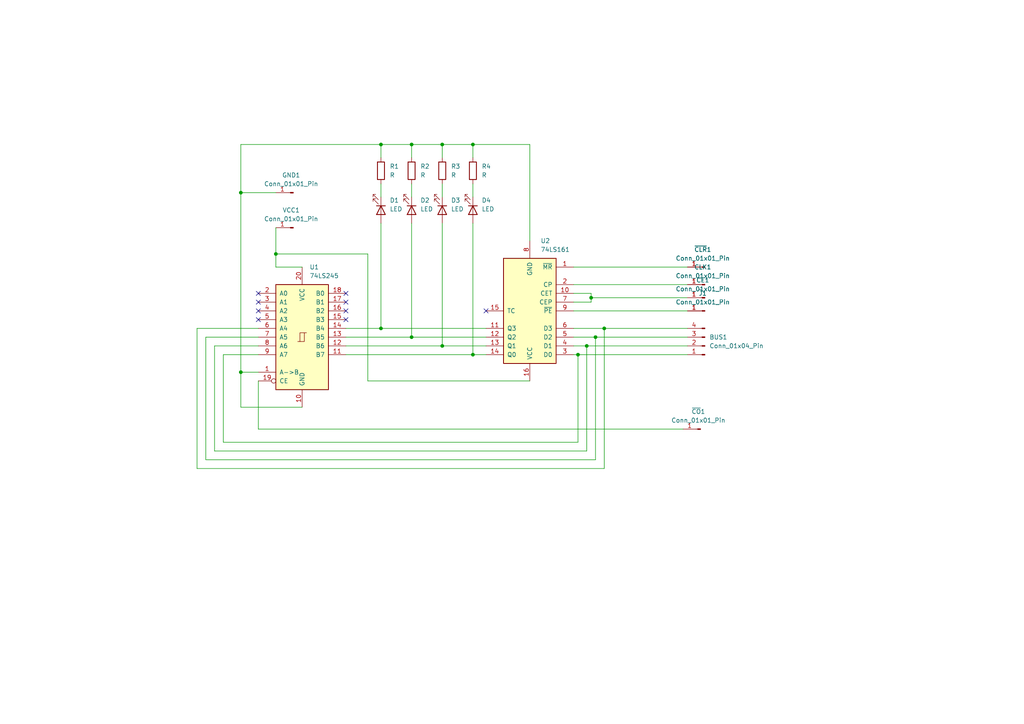
<source format=kicad_sch>
(kicad_sch (version 20250114) (generator "eeschema") (generator_version "9.0")
  (paper "A4")
  (lib_symbols
    (symbol "74xx:74LS161" (pin_names (offset 1.016))
      (property "Reference" "U" (at -7.62 16.51 0))
      (property "Value" "74LS161" (at -7.62 -16.51 0))
      (symbol "74LS161_1_0"
        (pin input line (at -12.7 12.7 0) (length 5.08) (name "D0") (number "3"))
        (pin input line (at -12.7 10.16 0) (length 5.08) (name "D1") (number "4"))
        (pin input line (at -12.7 7.62 0) (length 5.08) (name "D2") (number "5"))
        (pin input line (at -12.7 5.08 0) (length 5.08) (name "D3") (number "6"))
        (pin input line (at -12.7 0 0) (length 5.08) (name "~{PE}") (number "9"))
        (pin input line (at -12.7 -2.54 0) (length 5.08) (name "CEP") (number "7"))
        (pin input line (at -12.7 -5.08 0) (length 5.08) (name "CET") (number "10"))
        (pin input line (at -12.7 -7.62 0) (length 5.08) (name "CP") (number "2"))
        (pin input line (at -12.7 -12.7 0) (length 5.08) (name "~{MR}") (number "1"))
        (pin power_in line (at 0 20.32 270) (length 5.08) (name "VCC") (number "16"))
        (pin power_in line (at 0 -20.32 90) (length 5.08) (name "GND") (number "8"))
        (pin output line (at 12.7 12.7 180) (length 5.08) (name "Q0") (number "14"))
        (pin output line (at 12.7 10.16 180) (length 5.08) (name "Q1") (number "13"))
        (pin output line (at 12.7 7.62 180) (length 5.08) (name "Q2") (number "12"))
        (pin output line (at 12.7 5.08 180) (length 5.08) (name "Q3") (number "11"))
        (pin output line (at 12.7 0 180) (length 5.08) (name "TC") (number "15"))
      )
      (symbol "74LS161_1_1"
        (rectangle (start -7.62 15.24) (end 7.62 -15.24) (stroke (width 0.254)) (fill (type background)))
      )
    )
    (symbol "74xx:74LS245" (pin_names (offset 1.016))
      (property "Reference" "U" (at -7.62 16.51 0))
      (property "Value" "74LS245" (at -7.62 -16.51 0))
      (symbol "74LS245_1_0"
        (polyline (pts (xy -1.27 -1.27) (xy 0.635 -1.27) (xy 0.635 1.27) (xy 1.27 1.27)))
        (polyline (pts (xy -0.635 -1.27) (xy -0.635 1.27) (xy 0.635 1.27)))
        (pin tri_state line (at -12.7 12.7 0) (length 5.08) (name "A0") (number "2"))
        (pin tri_state line (at -12.7 10.16 0) (length 5.08) (name "A1") (number "3"))
        (pin tri_state line (at -12.7 7.62 0) (length 5.08) (name "A2") (number "4"))
        (pin tri_state line (at -12.7 5.08 0) (length 5.08) (name "A3") (number "5"))
        (pin tri_state line (at -12.7 2.54 0) (length 5.08) (name "A4") (number "6"))
        (pin tri_state line (at -12.7 0 0) (length 5.08) (name "A5") (number "7"))
        (pin tri_state line (at -12.7 -2.54 0) (length 5.08) (name "A6") (number "8"))
        (pin tri_state line (at -12.7 -5.08 0) (length 5.08) (name "A7") (number "9"))
        (pin input line (at -12.7 -10.16 0) (length 5.08) (name "A->B") (number "1"))
        (pin input inverted (at -12.7 -12.7 0) (length 5.08) (name "CE") (number "19"))
        (pin power_in line (at 0 20.32 270) (length 5.08) (name "VCC") (number "20"))
        (pin power_in line (at 0 -20.32 90) (length 5.08) (name "GND") (number "10"))
        (pin tri_state line (at 12.7 12.7 180) (length 5.08) (name "B0") (number "18"))
        (pin tri_state line (at 12.7 10.16 180) (length 5.08) (name "B1") (number "17"))
        (pin tri_state line (at 12.7 7.62 180) (length 5.08) (name "B2") (number "16"))
        (pin tri_state line (at 12.7 5.08 180) (length 5.08) (name "B3") (number "15"))
        (pin tri_state line (at 12.7 2.54 180) (length 5.08) (name "B4") (number "14"))
        (pin tri_state line (at 12.7 0 180) (length 5.08) (name "B5") (number "13"))
        (pin tri_state line (at 12.7 -2.54 180) (length 5.08) (name "B6") (number "12"))
        (pin tri_state line (at 12.7 -5.08 180) (length 5.08) (name "B7") (number "11"))
      )
      (symbol "74LS245_1_1"
        (rectangle (start -7.62 15.24) (end 7.62 -15.24) (stroke (width 0.254)) (fill (type background)))
      )
    )
    (symbol "Connector:Conn_01x01_Pin" (pin_names (offset 1.016) (hide yes))
      (property "Reference" "J" (at 0 2.54 0))
      (property "Value" "Conn_01x01_Pin" (at 0 -2.54 0))
      (symbol "Conn_01x01_Pin_1_1"
        (rectangle (start 0.8636 0.127) (end 0 -0.127) (stroke (width 0.1524)) (fill (type outline)))
        (polyline (pts (xy 1.27 0) (xy 0.8636 0)) (stroke (width 0.1524)))
        (pin passive line (at 5.08 0 180) (length 3.81) (name "Pin_1") (number "1"))
      )
    )
    (symbol "Connector:Conn_01x04_Pin" (pin_names (offset 1.016) (hide yes))
      (property "Reference" "J" (at 0 5.08 0))
      (property "Value" "Conn_01x04_Pin" (at 0 -7.62 0))
      (symbol "Conn_01x04_Pin_1_1"
        (rectangle (start 0.8636 2.667) (end 0 2.413) (stroke (width 0.1524)) (fill (type outline)))
        (rectangle (start 0.8636 0.127) (end 0 -0.127) (stroke (width 0.1524)) (fill (type outline)))
        (rectangle (start 0.8636 -2.413) (end 0 -2.667) (stroke (width 0.1524)) (fill (type outline)))
        (rectangle (start 0.8636 -4.953) (end 0 -5.207) (stroke (width 0.1524)) (fill (type outline)))
        (polyline (pts (xy 1.27 2.54) (xy 0.8636 2.54)) (stroke (width 0.1524)))
        (polyline (pts (xy 1.27 0) (xy 0.8636 0)) (stroke (width 0.1524)))
        (polyline (pts (xy 1.27 -2.54) (xy 0.8636 -2.54)) (stroke (width 0.1524)))
        (polyline (pts (xy 1.27 -5.08) (xy 0.8636 -5.08)) (stroke (width 0.1524)))
        (pin passive line (at 5.08 2.54 180) (length 3.81) (name "Pin_1") (number "1"))
        (pin passive line (at 5.08 0 180) (length 3.81) (name "Pin_2") (number "2"))
        (pin passive line (at 5.08 -2.54 180) (length 3.81) (name "Pin_3") (number "3"))
        (pin passive line (at 5.08 -5.08 180) (length 3.81) (name "Pin_4") (number "4"))
      )
    )
    (symbol "Device:LED" (pin_numbers (hide yes)) (pin_names (offset 1.016) (hide yes))
      (property "Reference" "D" (at 0 2.54 0))
      (property "Value" "LED" (at 0 -2.54 0))
      (symbol "LED_0_1"
        (polyline (pts (xy -3.048 -0.762) (xy -4.572 -2.286) (xy -3.81 -2.286) (xy -4.572 -2.286) (xy -4.572 -1.524)))
        (polyline (pts (xy -1.778 -0.762) (xy -3.302 -2.286) (xy -2.54 -2.286) (xy -3.302 -2.286) (xy -3.302 -1.524)))
        (polyline (pts (xy -1.27 0) (xy 1.27 0)))
        (polyline (pts (xy -1.27 -1.27) (xy -1.27 1.27)) (stroke (width 0.254)))
        (polyline (pts (xy 1.27 -1.27) (xy 1.27 1.27) (xy -1.27 0) (xy 1.27 -1.27)) (stroke (width 0.254)))
      )
      (symbol "LED_1_1"
        (pin passive line (at -3.81 0 0) (length 2.54) (name "K") (number "1"))
        (pin passive line (at 3.81 0 180) (length 2.54) (name "A") (number "2"))
      )
    )
    (symbol "Device:R" (pin_numbers (hide yes)) (pin_names (offset 0))
      (property "Reference" "R" (at 2.032 0 90))
      (property "Value" "R" (at 0 0 90))
      (symbol "R_0_1"
        (rectangle (start -1.016 -2.54) (end 1.016 2.54) (stroke (width 0.254)))
      )
      (symbol "R_1_1"
        (pin passive line (at 0 3.81 270) (length 1.27) (name "~") (number "1"))
        (pin passive line (at 0 -3.81 90) (length 1.27) (name "~") (number "2"))
      )
    )
  )
  (junction (at 119.38 41.91))
  (junction (at 137.16 41.91))
  (junction (at 69.85 55.88))
  (junction (at 170.18 100.33))
  (junction (at 171.45 86.36))
  (junction (at 128.27 41.91))
  (junction (at 119.38 97.79))
  (junction (at 128.27 100.33))
  (junction (at 80.01 73.66))
  (junction (at 137.16 102.87))
  (junction (at 167.64 102.87))
  (junction (at 175.26 95.25))
  (junction (at 69.85 107.95))
  (junction (at 110.49 41.91))
  (junction (at 172.72 97.79))
  (junction (at 110.49 95.25))
  (no_connect (at 140.97 90.17))
  (no_connect (at 74.93 87.63))
  (no_connect (at 74.93 90.17))
  (no_connect (at 100.33 92.71))
  (no_connect (at 100.33 85.09))
  (no_connect (at 100.33 90.17))
  (no_connect (at 100.33 87.63))
  (no_connect (at 74.93 92.71))
  (no_connect (at 74.93 85.09))
  (wire (pts (xy 87.63 77.47) (xy 80.01 77.47)))
  (wire (pts (xy 166.37 87.63) (xy 171.45 87.63)))
  (wire (pts (xy 80.01 73.66) (xy 80.01 77.47)))
  (wire (pts (xy 69.85 55.88) (xy 80.01 55.88)))
  (wire (pts (xy 137.16 102.87) (xy 140.97 102.87)))
  (wire (pts (xy 74.93 107.95) (xy 69.85 107.95)))
  (wire (pts (xy 62.23 130.81) (xy 170.18 130.81)))
  (wire (pts (xy 166.37 102.87) (xy 167.64 102.87)))
  (wire (pts (xy 110.49 53.34) (xy 110.49 57.15)))
  (wire (pts (xy 110.49 41.91) (xy 119.38 41.91)))
  (wire (pts (xy 100.33 95.25) (xy 110.49 95.25)))
  (wire (pts (xy 170.18 100.33) (xy 199.39 100.33)))
  (wire (pts (xy 64.77 102.87) (xy 64.77 128.27)))
  (wire (pts (xy 172.72 97.79) (xy 199.39 97.79)))
  (wire (pts (xy 119.38 97.79) (xy 140.97 97.79)))
  (wire (pts (xy 166.37 97.79) (xy 172.72 97.79)))
  (wire (pts (xy 74.93 95.25) (xy 57.15 95.25)))
  (wire (pts (xy 62.23 100.33) (xy 62.23 130.81)))
  (wire (pts (xy 74.93 100.33) (xy 62.23 100.33)))
  (wire (pts (xy 128.27 41.91) (xy 137.16 41.91)))
  (wire (pts (xy 166.37 90.17) (xy 199.39 90.17)))
  (wire (pts (xy 128.27 64.77) (xy 128.27 100.33)))
  (wire (pts (xy 69.85 107.95) (xy 69.85 118.11)))
  (wire (pts (xy 119.38 41.91) (xy 119.38 45.72)))
  (wire (pts (xy 166.37 85.09) (xy 171.45 85.09)))
  (wire (pts (xy 64.77 128.27) (xy 167.64 128.27)))
  (wire (pts (xy 137.16 53.34) (xy 137.16 57.15)))
  (wire (pts (xy 69.85 107.95) (xy 69.85 55.88)))
  (wire (pts (xy 171.45 85.09) (xy 171.45 86.36)))
  (wire (pts (xy 59.69 133.35) (xy 172.72 133.35)))
  (wire (pts (xy 100.33 97.79) (xy 119.38 97.79)))
  (wire (pts (xy 100.33 100.33) (xy 128.27 100.33)))
  (wire (pts (xy 128.27 53.34) (xy 128.27 57.15)))
  (wire (pts (xy 137.16 41.91) (xy 137.16 45.72)))
  (wire (pts (xy 198.12 124.46) (xy 74.93 124.46)))
  (wire (pts (xy 171.45 86.36) (xy 199.39 86.36)))
  (wire (pts (xy 80.01 66.04) (xy 80.01 73.66)))
  (wire (pts (xy 137.16 41.91) (xy 153.67 41.91)))
  (wire (pts (xy 57.15 95.25) (xy 57.15 135.89)))
  (wire (pts (xy 119.38 53.34) (xy 119.38 57.15)))
  (wire (pts (xy 110.49 45.72) (xy 110.49 41.91)))
  (wire (pts (xy 119.38 64.77) (xy 119.38 97.79)))
  (wire (pts (xy 128.27 41.91) (xy 128.27 45.72)))
  (wire (pts (xy 110.49 95.25) (xy 140.97 95.25)))
  (wire (pts (xy 166.37 82.55) (xy 199.39 82.55)))
  (wire (pts (xy 106.68 110.49) (xy 106.68 73.66)))
  (wire (pts (xy 167.64 102.87) (xy 199.39 102.87)))
  (wire (pts (xy 128.27 100.33) (xy 140.97 100.33)))
  (wire (pts (xy 74.93 97.79) (xy 59.69 97.79)))
  (wire (pts (xy 166.37 77.47) (xy 199.39 77.47)))
  (wire (pts (xy 119.38 41.91) (xy 128.27 41.91)))
  (wire (pts (xy 166.37 100.33) (xy 170.18 100.33)))
  (wire (pts (xy 57.15 135.89) (xy 175.26 135.89)))
  (wire (pts (xy 171.45 86.36) (xy 171.45 87.63)))
  (wire (pts (xy 106.68 73.66) (xy 80.01 73.66)))
  (wire (pts (xy 153.67 41.91) (xy 153.67 69.85)))
  (wire (pts (xy 175.26 95.25) (xy 175.26 135.89)))
  (wire (pts (xy 167.64 102.87) (xy 167.64 128.27)))
  (wire (pts (xy 170.18 100.33) (xy 170.18 130.81)))
  (wire (pts (xy 74.93 102.87) (xy 64.77 102.87)))
  (wire (pts (xy 175.26 95.25) (xy 199.39 95.25)))
  (wire (pts (xy 69.85 55.88) (xy 69.85 41.91)))
  (wire (pts (xy 100.33 102.87) (xy 137.16 102.87)))
  (wire (pts (xy 59.69 97.79) (xy 59.69 133.35)))
  (wire (pts (xy 166.37 95.25) (xy 175.26 95.25)))
  (wire (pts (xy 87.63 118.11) (xy 69.85 118.11)))
  (wire (pts (xy 69.85 41.91) (xy 110.49 41.91)))
  (wire (pts (xy 172.72 97.79) (xy 172.72 133.35)))
  (wire (pts (xy 137.16 64.77) (xy 137.16 102.87)))
  (wire (pts (xy 110.49 64.77) (xy 110.49 95.25)))
  (wire (pts (xy 153.67 110.49) (xy 106.68 110.49)))
  (wire (pts (xy 74.93 110.49) (xy 74.93 124.46)))
  (symbol (lib_id "Connector:Conn_01x01_Pin") (at 85.09 66.04 180) (unit 1)
    (property "Reference" "VCC1" (at 84.455 60.96 0))
    (property "Value" "Conn_01x01_Pin" (at 84.455 63.5 0))
    (property "Footprint" "Connector_PinHeader_2.00mm:PinHeader_1x01_P2.00mm_Vertical" (effects (hide yes)))
    (property "Description" "Generic connector, single row, 01x01, script generated" (effects (hide yes)))
  )
  (symbol (lib_id "Connector:Conn_01x01_Pin") (at 204.47 77.47 180) (unit 1)
    (property "Reference" "~{CLR}1" (at 203.835 72.39 0))
    (property "Value" "Conn_01x01_Pin" (at 203.835 74.93 0))
    (property "Footprint" "Connector_PinHeader_2.00mm:PinHeader_1x01_P2.00mm_Vertical" (effects (hide yes)))
    (property "Description" "Generic connector, single row, 01x01, script generated" (effects (hide yes)))
  )
  (symbol (lib_id "Connector:Conn_01x04_Pin") (at 204.47 100.33 180) (unit 1)
    (property "Reference" "BUS1" (at 205.74 97.7899 0) (effects (justify right)))
    (property "Value" "Conn_01x04_Pin" (at 205.74 100.3299 0) (effects (justify right)))
    (property "Footprint" "Connector_PinHeader_2.00mm:PinHeader_1x04_P2.00mm_Vertical" (effects (hide yes)))
    (property "Description" "Generic connector, single row, 01x04, script generated" (effects (hide yes)))
  )
  (symbol (lib_id "Connector:Conn_01x01_Pin") (at 204.47 90.17 180) (unit 1)
    (property "Reference" "~{J}1" (at 203.835 85.09 0))
    (property "Value" "Conn_01x01_Pin" (at 203.835 87.63 0))
    (property "Footprint" "Connector_PinHeader_2.00mm:PinHeader_1x01_P2.00mm_Vertical" (effects (hide yes)))
    (property "Description" "Generic connector, single row, 01x01, script generated" (effects (hide yes)))
  )
  (symbol (lib_id "Device:R") (at 110.49 49.53 0) (unit 1)
    (property "Reference" "R1" (at 113.03 48.2599 0) (effects (justify left)))
    (property "Value" "R" (at 113.03 50.7999 0) (effects (justify left)))
    (property "Footprint" "Resistor_THT:R_Axial_DIN0411_L9.9mm_D3.6mm_P20.32mm_Horizontal" (effects (hide yes)))
    (property "Description" "Resistor" (effects (hide yes)))
  )
  (symbol (lib_id "74xx:74LS245") (at 87.63 97.79 0) (unit 1)
    (property "Reference" "U1" (at 89.7733 77.47 0) (effects (justify left)))
    (property "Value" "74LS245" (at 89.7733 80.01 0) (effects (justify left)))
    (property "Footprint" "Package_DIP:DIP-20_W7.62mm" (effects (hide yes)))
    (property "Datasheet" "http://www.ti.com/lit/gpn/sn74LS245" (effects (hide yes)))
    (property "Description" "Octal BUS Transceivers, 3-State outputs" (effects (hide yes)))
  )
  (symbol (lib_id "Device:LED") (at 128.27 60.96 270) (unit 1)
    (property "Reference" "D3" (at 130.81 58.1024 90) (effects (justify left)))
    (property "Value" "LED" (at 130.81 60.6424 90) (effects (justify left)))
    (property "Footprint" "LED_THT:LED_D5.0mm" (effects (hide yes)))
    (property "Description" "Light emitting diode" (effects (hide yes)))
    (property "Sim.Pins" "1=K 2=A" (effects (hide yes)))
  )
  (symbol (lib_id "Device:LED") (at 119.38 60.96 270) (unit 1)
    (property "Reference" "D2" (at 121.92 58.1024 90) (effects (justify left)))
    (property "Value" "LED" (at 121.92 60.6424 90) (effects (justify left)))
    (property "Footprint" "LED_THT:LED_D5.0mm" (effects (hide yes)))
    (property "Description" "Light emitting diode" (effects (hide yes)))
    (property "Sim.Pins" "1=K 2=A" (effects (hide yes)))
  )
  (symbol (lib_id "Device:R") (at 137.16 49.53 0) (unit 1)
    (property "Reference" "R4" (at 139.7 48.2599 0) (effects (justify left)))
    (property "Value" "R" (at 139.7 50.7999 0) (effects (justify left)))
    (property "Footprint" "Resistor_THT:R_Axial_DIN0411_L9.9mm_D3.6mm_P20.32mm_Horizontal" (effects (hide yes)))
    (property "Description" "Resistor" (effects (hide yes)))
  )
  (symbol (lib_id "74xx:74LS161") (at 153.67 90.17 180) (unit 1)
    (property "Reference" "U2" (at 156.7881 69.85 0) (effects (justify right)))
    (property "Value" "74LS161" (at 156.7881 72.39 0) (effects (justify right)))
    (property "Footprint" "Package_DIP:DIP-16_W7.62mm" (effects (hide yes)))
    (property "Datasheet" "http://www.ti.com/lit/gpn/sn74LS161" (effects (hide yes)))
    (property "Description" "Synchronous 4-bit programmable binary Counter" (effects (hide yes)))
  )
  (symbol (lib_id "Device:LED") (at 110.49 60.96 270) (unit 1)
    (property "Reference" "D1" (at 113.03 58.1024 90) (effects (justify left)))
    (property "Value" "LED" (at 113.03 60.6424 90) (effects (justify left)))
    (property "Footprint" "LED_THT:LED_D5.0mm" (effects (hide yes)))
    (property "Description" "Light emitting diode" (effects (hide yes)))
    (property "Sim.Pins" "1=K 2=A" (effects (hide yes)))
  )
  (symbol (lib_id "Device:LED") (at 137.16 60.96 270) (unit 1)
    (property "Reference" "D4" (at 139.7 58.1024 90) (effects (justify left)))
    (property "Value" "LED" (at 139.7 60.6424 90) (effects (justify left)))
    (property "Footprint" "LED_THT:LED_D5.0mm" (effects (hide yes)))
    (property "Description" "Light emitting diode" (effects (hide yes)))
    (property "Sim.Pins" "1=K 2=A" (effects (hide yes)))
  )
  (symbol (lib_id "Device:R") (at 128.27 49.53 0) (unit 1)
    (property "Reference" "R3" (at 130.81 48.2599 0) (effects (justify left)))
    (property "Value" "R" (at 130.81 50.7999 0) (effects (justify left)))
    (property "Footprint" "Resistor_THT:R_Axial_DIN0411_L9.9mm_D3.6mm_P20.32mm_Horizontal" (effects (hide yes)))
    (property "Description" "Resistor" (effects (hide yes)))
  )
  (symbol (lib_id "Device:R") (at 119.38 49.53 0) (unit 1)
    (property "Reference" "R2" (at 121.92 48.2599 0) (effects (justify left)))
    (property "Value" "R" (at 121.92 50.7999 0) (effects (justify left)))
    (property "Footprint" "Resistor_THT:R_Axial_DIN0411_L9.9mm_D3.6mm_P20.32mm_Horizontal" (effects (hide yes)))
    (property "Description" "Resistor" (effects (hide yes)))
  )
  (symbol (lib_id "Connector:Conn_01x01_Pin") (at 85.09 55.88 180) (unit 1)
    (property "Reference" "GND1" (at 84.455 50.8 0))
    (property "Value" "Conn_01x01_Pin" (at 84.455 53.34 0))
    (property "Footprint" "Connector_PinHeader_2.00mm:PinHeader_1x01_P2.00mm_Vertical" (effects (hide yes)))
    (property "Description" "Generic connector, single row, 01x01, script generated" (effects (hide yes)))
  )
  (symbol (lib_id "Connector:Conn_01x01_Pin") (at 203.2 124.46 180) (unit 1)
    (property "Reference" "~{CO}1" (at 202.565 119.38 0))
    (property "Value" "Conn_01x01_Pin" (at 202.565 121.92 0))
    (property "Footprint" "Connector_PinHeader_2.00mm:PinHeader_1x01_P2.00mm_Vertical" (effects (hide yes)))
    (property "Description" "Generic connector, single row, 01x01, script generated" (effects (hide yes)))
  )
  (symbol (lib_id "Connector:Conn_01x01_Pin") (at 204.47 86.36 180) (unit 1)
    (property "Reference" "CE1" (at 203.835 81.28 0))
    (property "Value" "Conn_01x01_Pin" (at 203.835 83.82 0))
    (property "Footprint" "Connector_PinHeader_2.00mm:PinHeader_1x01_P2.00mm_Vertical" (effects (hide yes)))
    (property "Description" "Generic connector, single row, 01x01, script generated" (effects (hide yes)))
  )
  (symbol (lib_id "Connector:Conn_01x01_Pin") (at 204.47 82.55 180) (unit 1)
    (property "Reference" "CLK1" (at 203.835 77.47 0))
    (property "Value" "Conn_01x01_Pin" (at 203.835 80.01 0))
    (property "Footprint" "Connector_PinHeader_2.00mm:PinHeader_1x01_P2.00mm_Vertical" (effects (hide yes)))
    (property "Description" "Generic connector, single row, 01x01, script generated" (effects (hide yes)))
  )
)
</source>
